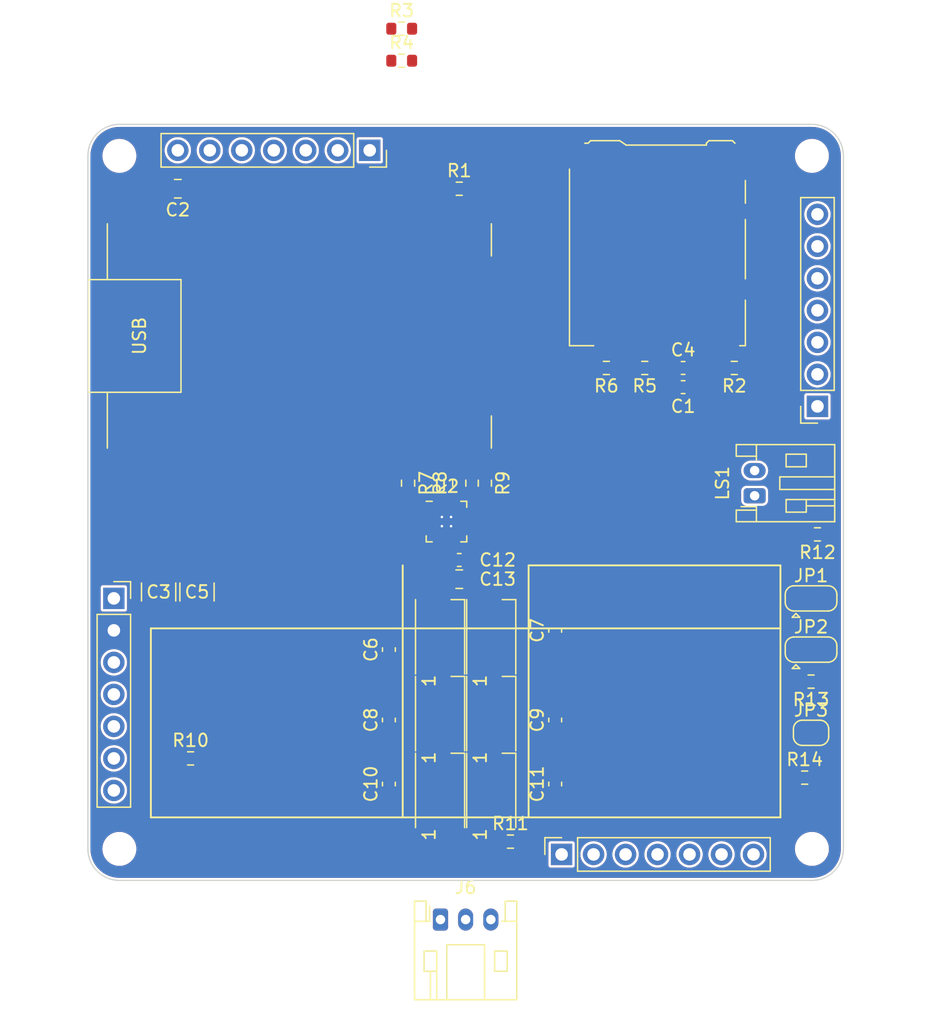
<source format=kicad_pcb>
(kicad_pcb (version 20211014) (generator pcbnew)
  (layers (0 "F.Cu" signal) (1 "In1.Cu" signal) (2 "In2.Cu" signal) (31 "B.Cu" signal) (34 "B.Paste" user) (35 "F.Paste" user) (36 "B.SilkS" user "B.Silkscreen") (37 "F.SilkS" user "F.Silkscreen") (38 "B.Mask" user) (39 "F.Mask" user) (44 "Edge.Cuts" user))
  (net 0 "")
  (net 1 "GND")
  (net 2 "+3.3V")
  (net 3 "+5V")
  (net 4 "Net-(D1-Pad1)")
  (net 5 "Net-(D1-Pad3)")
  (net 6 "Net-(D2-Pad1)")
  (net 7 "Net-(D3-Pad1)")
  (net 8 "Net-(D4-Pad1)")
  (net 9 "Net-(D5-Pad1)")
  (net 10 "Net-(D6-Pad1)")
  (net 11 "MAIN_TX")
  (net 12 "MAIN_RX")
  (net 13 "/LED_IN")
  (net 14 "/I2S_EN")
  (net 22 "Net-(J3-Pad1)")
  (net 23 "/CS0")
  (net 24 "/MOSI0")
  (net 25 "Net-(J3-Pad5)")
  (net 26 "/MISO0")
  (net 27 "Net-(J3-Pad8)")
  (net 44 "/LED_OUT")
  (net 45 "Net-(JP1-Pad1)")
  (net 46 "/GAIN")
  (net 47 "/~{SD}")
  (net 48 "Net-(JP2-Pad3)")
  (net 49 "Net-(JP3-Pad1)")
  (net 50 "Net-(LS1-Pad1)")
  (net 51 "Net-(LS1-Pad2)")
  (net 52 "/SCK0")
  (net 53 "Net-(R7-Pad1)")
  (net 54 "/DIN")
  (net 55 "Net-(R8-Pad1)")
  (net 56 "/BCLK")
  (net 57 "Net-(R9-Pad1)")
  (net 58 "/LRCLK")
  (footprint "Capacitor_SMD:C_0603_1608Metric" (layer "F.Cu") (at 138.904 111.684 90)
    (fp_text reference "C6" (at 0 -1.43 90) (layer "F.SilkS"))
    (fp_text value "1u")
    (pad "1" smd roundrect (at -0.775 0 90) (size 0.9 0.95) (layers "F.Cu" "F.Paste" "F.Mask") (net 3 "+5V"))
    (pad "2" smd roundrect (at 0.775 0 90) (size 0.9 0.95) (layers "F.Cu" "F.Paste" "F.Mask") (net 1 "GND"))
  )
  (footprint "Resistor_SMD:R_0603_1608Metric" (layer "F.Cu") (at 146.524 98.476 -90)
    (fp_text reference "R9" (at 0 -1.43 90) (layer "F.SilkS"))
    (fp_text value "22")
    (pad "1" smd roundrect (at -0.825 0 270) (size 0.8 0.95) (layers "F.Cu" "F.Paste" "F.Mask") (net 57 "Net-(R9-Pad1)"))
    (pad "2" smd roundrect (at 0.825 0 270) (size 0.8 0.95) (layers "F.Cu" "F.Paste" "F.Mask") (net 58 "/LRCLK"))
  )
  (footprint "Package_DFN_QFN:TQFN-16-1EP_3x3mm_P0.5mm_EP1.23x1.23mm_ThermalVias" (layer "F.Cu") (at 143.476 101.524)
    (fp_text reference "U2" (at 0 -2.8) (layer "F.SilkS"))
    (fp_text value "MAX98357")
    (pad "1" smd roundrect (at -1.4375 -0.75) (size 0.825 0.25) (layers "F.Cu" "F.Paste" "F.Mask") (net 54 "/DIN"))
    (pad "2" smd roundrect (at -1.4375 -0.25) (size 0.825 0.25) (layers "F.Cu" "F.Paste" "F.Mask") (net 46 "/GAIN"))
    (pad "3" smd roundrect (at -1.4375 0.25) (size 0.825 0.25) (layers "F.Cu" "F.Paste" "F.Mask") (net 1 "GND"))
    (pad "4" smd roundrect (at -1.4375 0.75) (size 0.825 0.25) (layers "F.Cu" "F.Paste" "F.Mask") (net 47 "/~{SD}"))
    (pad "5" smd roundrect (at -0.75 1.4375) (size 0.25 0.825) (layers "F.Cu" "F.Paste" "F.Mask"))
    (pad "6" smd roundrect (at -0.25 1.4375) (size 0.25 0.825) (layers "F.Cu" "F.Paste" "F.Mask"))
    (pad "7" smd roundrect (at 0.25 1.4375) (size 0.25 0.825) (layers "F.Cu" "F.Paste" "F.Mask") (net 3 "+5V"))
    (pad "8" smd roundrect (at 0.75 1.4375) (size 0.25 0.825) (layers "F.Cu" "F.Paste" "F.Mask") (net 3 "+5V"))
    (pad "9" smd roundrect (at 1.4375 0.75) (size 0.825 0.25) (layers "F.Cu" "F.Paste" "F.Mask") (net 51 "Net-(LS1-Pad2)"))
    (pad "10" smd roundrect (at 1.4375 0.25) (size 0.825 0.25) (layers "F.Cu" "F.Paste" "F.Mask") (net 50 "Net-(LS1-Pad1)"))
    (pad "11" smd roundrect (at 1.4375 -0.25) (size 0.825 0.25) (layers "F.Cu" "F.Paste" "F.Mask") (net 1 "GND"))
    (pad "12" smd roundrect (at 1.4375 -0.75) (size 0.825 0.25) (layers "F.Cu" "F.Paste" "F.Mask"))
    (pad "13" smd roundrect (at 0.75 -1.4375) (size 0.25 0.825) (layers "F.Cu" "F.Paste" "F.Mask"))
    (pad "14" smd roundrect (at 0.25 -1.4375) (size 0.25 0.825) (layers "F.Cu" "F.Paste" "F.Mask") (net 58 "/LRCLK"))
    (pad "15" smd roundrect (at -0.25 -1.4375) (size 0.25 0.825) (layers "F.Cu" "F.Paste" "F.Mask") (net 1 "GND"))
    (pad "16" smd roundrect (at -0.75 -1.4375) (size 0.25 0.825) (layers "F.Cu" "F.Paste" "F.Mask") (net 56 "/BCLK"))
    (pad "17" smd rect (at 0 0) (size 1.23 1.23) (layers "B.Cu") (net 1 "GND"))
    (pad "17" thru_hole circle (at 0.365 -0.365) (size 0.5 0.5) (drill 0.2) (layers *.Cu) (net 1 "GND"))
    (pad "17" thru_hole circle (at 0.365 0.365) (size 0.5 0.5) (drill 0.2) (layers *.Cu) (net 1 "GND"))
    (pad "17" thru_hole circle (at -0.365 0.365) (size 0.5 0.5) (drill 0.2) (layers *.Cu) (net 1 "GND"))
    (pad "17" smd rect (at 0 0) (size 1.23 1.23) (layers "F.Cu" "F.Mask") (net 1 "GND"))
    (pad "17" thru_hole circle (at -0.365 -0.365) (size 0.5 0.5) (drill 0.2) (layers *.Cu) (net 1 "GND"))
  )
  (footprint "MountingHole:MountingHole_2.2mm_M2" (layer "F.Cu") (at 117.5 72.5)
    (fp_text reference "REF**" hide)
    (fp_text value "MountingHole_2.2mm_M2")
    (pad "" np_thru_hole circle locked (at 0 0) (size 2.2 2.2) (drill 2.2) (layers *.Mask "F.Cu" "In1.Cu" "In2.Cu" "B.Cu"))
  )
  (footprint "LED_SMD:LED_SK6812MINI_PLCC4_3.5x3.5mm_P1.75mm" (layer "F.Cu") (at 142.968 116.764 90)
    (fp_text reference "D3" hide)
    (fp_text value "SK6812MINI")
    (fp_text user "1" (at -3.5 -0.875 90) (layer "F.SilkS"))
    (pad "1" smd rect (at -1.75 -0.875 90) (size 1.6 0.85) (layers "F.Cu" "F.Paste" "F.Mask") (net 7 "Net-(D3-Pad1)"))
    (pad "2" smd rect (at -1.75 0.875 90) (size 1.6 0.85) (layers "F.Cu" "F.Paste" "F.Mask") (net 1 "GND"))
    (pad "3" smd rect (at 1.75 0.875 90) (size 1.6 0.85) (layers "F.Cu" "F.Paste" "F.Mask") (net 6 "Net-(D2-Pad1)"))
    (pad "4" smd rect (at 1.75 -0.875 90) (size 1.6 0.85) (layers "F.Cu" "F.Paste" "F.Mask") (net 3 "+5V"))
  )
  (footprint "Capacitor_SMD:C_0603_1608Metric" (layer "F.Cu") (at 138.904 117.272 90)
    (fp_text reference "C8" (at 0 -1.43 90) (layer "F.SilkS"))
    (fp_text value "1u")
    (pad "1" smd roundrect (at -0.775 0 90) (size 0.9 0.95) (layers "F.Cu" "F.Paste" "F.Mask") (net 3 "+5V"))
    (pad "2" smd roundrect (at 0.775 0 90) (size 0.9 0.95) (layers "F.Cu" "F.Paste" "F.Mask") (net 1 "GND"))
  )
  (footprint "Capacitor_SMD:C_0603_1608Metric" (layer "F.Cu") (at 152.112 117.272 90)
    (fp_text reference "C9" (at 0 -1.43 90) (layer "F.SilkS"))
    (fp_text value "1u")
    (pad "1" smd roundrect (at -0.775 0 90) (size 0.9 0.95) (layers "F.Cu" "F.Paste" "F.Mask") (net 3 "+5V"))
    (pad "2" smd roundrect (at 0.775 0 90) (size 0.9 0.95) (layers "F.Cu" "F.Paste" "F.Mask") (net 1 "GND"))
  )
  (footprint "MountingHole:MountingHole_2.2mm_M2" (layer "F.Cu") (at 172.5 72.5)
    (fp_text reference "REF**" hide)
    (fp_text value "MountingHole_2.2mm_M2")
    (pad "" np_thru_hole circle locked (at 0 0) (size 2.2 2.2) (drill 2.2) (layers *.Mask "F.Cu" "In1.Cu" "In2.Cu" "B.Cu"))
  )
  (footprint "Jumper:SolderJumper-3_P1.3mm_Open_RoundedPad1.0x1.5mm" (layer "F.Cu") (at 172.432 107.62)
    (fp_text reference "JP1" (at 0 -1.8) (layer "F.SilkS"))
    (fp_text value "Gain")
    (pad "1" smd custom (at -1.3 0) (size 1 0.5) (layers "F.Cu" "F.Mask") (net 45 "Net-(JP1-Pad1)") (options (clearance outline) (anchor rect)) (primitives (gr_circle (center 0 0.25) (end 0.5 0.25) (width 0) (fill yes)) (gr_circle (center 0 -0.25) (end 0.5 -0.25) (width 0) (fill yes)) (gr_poly (pts (xy 0.55 0.75) (xy 0 0.75) (xy 0 -0.75) (xy 0.55 -0.75)) (width 0) (fill yes))))
    (pad "2" smd rect (at 0 0) (size 1 1.5) (layers "F.Cu" "F.Mask") (net 46 "/GAIN"))
    (pad "3" smd custom (at 1.3 0) (size 1 0.5) (layers "F.Cu" "F.Mask") (net 1 "GND") (options (clearance outline) (anchor rect)) (primitives (gr_circle (center 0 0.25) (end 0.5 0.25) (width 0) (fill yes)) (gr_circle (center 0 -0.25) (end 0.5 -0.25) (width 0) (fill yes)) (gr_poly (pts (xy 0 0.75) (xy -0.55 0.75) (xy -0.55 -0.75) (xy 0 -0.75)) (width 0) (fill yes))))
  )
  (footprint "Capacitor_SMD:C_0603_1608Metric" (layer "F.Cu") (at 162.272 89.332)
    (fp_text reference "C4" (at 0 -1.43) (layer "F.SilkS"))
    (fp_text value "0.1μ")
    (pad "1" smd roundrect (at -0.775 0) (size 0.9 0.95) (layers "F.Cu" "F.Paste" "F.Mask") (net 2 "+3.3V"))
    (pad "2" smd roundrect (at 0.775 0) (size 0.9 0.95) (layers "F.Cu" "F.Paste" "F.Mask") (net 1 "GND"))
  )
  (footprint "Resistor_SMD:R_0603_1608Metric" (layer "F.Cu") (at 148.556 126.924)
    (fp_text reference "R11" (at 0 -1.43) (layer "F.SilkS"))
    (fp_text value "510")
    (pad "1" smd roundrect (at -0.825 0) (size 0.8 0.95) (layers "F.Cu" "F.Paste" "F.Mask") (net 10 "Net-(D6-Pad1)"))
    (pad "2" smd roundrect (at 0.825 0) (size 0.8 0.95) (layers "F.Cu" "F.Paste" "F.Mask") (net 44 "/LED_OUT"))
  )
  (footprint "Connector_PinSocket_2.54mm:PinSocket_1x07_P2.54mm_Vertical" (layer "F.Cu") (at 172.94 92.38 180)
    (fp_text reference "J5" hide)
    (fp_text value "Conn_01x07")
    (pad "1" thru_hole rect locked (at 0 0 180) (size 1.7 1.7) (drill 1) (layers *.Cu *.Mask))
    (pad "2" thru_hole oval locked (at 0 2.54 180) (size 1.7 1.7) (drill 1) (layers *.Cu *.Mask))
    (pad "3" thru_hole oval locked (at 0 5.08 180) (size 1.7 1.7) (drill 1) (layers *.Cu *.Mask))
    (pad "4" thru_hole oval locked (at 0 7.62 180) (size 1.7 1.7) (drill 1) (layers *.Cu *.Mask))
    (pad "5" thru_hole oval locked (at 0 10.16 180) (size 1.7 1.7) (drill 1) (layers *.Cu *.Mask))
    (pad "6" thru_hole oval locked (at 0 12.7 180) (size 1.7 1.7) (drill 1) (layers *.Cu *.Mask))
    (pad "7" thru_hole oval locked (at 0 15.24 180) (size 1.7 1.7) (drill 1) (layers *.Cu *.Mask))
  )
  (footprint "Capacitor_SMD:C_0603_1608Metric" (layer "F.Cu") (at 144.492 104.572)
    (fp_text reference "C12" (at 3.048 0) (layer "F.SilkS"))
    (fp_text value "0.1μ")
    (pad "1" smd roundrect (at -0.775 0) (size 0.9 0.95) (layers "F.Cu" "F.Paste" "F.Mask") (net 3 "+5V"))
    (pad "2" smd roundrect (at 0.775 0) (size 0.9 0.95) (layers "F.Cu" "F.Paste" "F.Mask") (net 1 "GND"))
  )
  (footprint "LED_SMD:LED_SK6812MINI_PLCC4_3.5x3.5mm_P1.75mm" (layer "F.Cu") (at 147.032 122.86 90)
    (fp_text reference "D6" hide)
    (fp_text value "SK6812MINI")
    (fp_text user "1" (at -3.5 -0.875 90) (layer "F.SilkS"))
    (pad "1" smd rect (at -1.75 -0.875 90) (size 1.6 0.85) (layers "F.Cu" "F.Paste" "F.Mask") (net 10 "Net-(D6-Pad1)"))
    (pad "2" smd rect (at -1.75 0.875 90) (size 1.6 0.85) (layers "F.Cu" "F.Paste" "F.Mask") (net 1 "GND"))
    (pad "3" smd rect (at 1.75 0.875 90) (size 1.6 0.85) (layers "F.Cu" "F.Paste" "F.Mask") (net 9 "Net-(D5-Pad1)"))
    (pad "4" smd rect (at 1.75 -0.875 90) (size 1.6 0.85) (layers "F.Cu" "F.Paste" "F.Mask") (net 3 "+5V"))
  )
  (footprint "LED_SMD:LED_SK6812MINI_PLCC4_3.5x3.5mm_P1.75mm" (layer "F.Cu") (at 142.968 122.86 90)
    (fp_text reference "D5" hide)
    (fp_text value "SK6812MINI")
    (fp_text user "1" (at -3.5 -0.875 90) (layer "F.SilkS"))
    (pad "1" smd rect (at -1.75 -0.875 90) (size 1.6 0.85) (layers "F.Cu" "F.Paste" "F.Mask") (net 9 "Net-(D5-Pad1)"))
    (pad "2" smd rect (at -1.75 0.875 90) (size 1.6 0.85) (layers "F.Cu" "F.Paste" "F.Mask") (net 1 "GND"))
    (pad "3" smd rect (at 1.75 0.875 90) (size 1.6 0.85) (layers "F.Cu" "F.Paste" "F.Mask") (net 8 "Net-(D4-Pad1)"))
    (pad "4" smd rect (at 1.75 -0.875 90) (size 1.6 0.85) (layers "F.Cu" "F.Paste" "F.Mask") (net 3 "+5V"))
  )
  (footprint "LED_SMD:LED_SK6812MINI_PLCC4_3.5x3.5mm_P1.75mm" (layer "F.Cu") (at 147.032 110.668 90)
    (fp_text reference "D2" hide)
    (fp_text value "SK6812MINI")
    (fp_text user "1" (at -3.5 -0.875 90) (layer "F.SilkS"))
    (pad "1" smd rect (at -1.75 -0.875 90) (size 1.6 0.85) (layers "F.Cu" "F.Paste" "F.Mask") (net 6 "Net-(D2-Pad1)"))
    (pad "2" smd rect (at -1.75 0.875 90) (size 1.6 0.85) (layers "F.Cu" "F.Paste" "F.Mask") (net 1 "GND"))
    (pad "3" smd rect (at 1.75 0.875 90) (size 1.6 0.85) (layers "F.Cu" "F.Paste" "F.Mask") (net 4 "Net-(D1-Pad1)"))
    (pad "4" smd rect (at 1.75 -0.875 90) (size 1.6 0.85) (layers "F.Cu" "F.Paste" "F.Mask") (net 3 "+5V"))
  )
  (footprint "Connector_JST:JST_PH_S2B-PH-K_1x02_P2.00mm_Horizontal" (layer "F.Cu") (at 167.95 99.476 90)
    (fp_text reference "LS1" (at 1 -2.55 90) (layer "F.SilkS"))
    (fp_text value "Speaker")
    (pad "1" thru_hole roundrect (at 0 0 90) (size 1.2 1.75) (drill 0.75) (layers *.Cu *.Mask) (roundrect_rratio 0.208333) (net 50 "Net-(LS1-Pad1)"))
    (pad "2" thru_hole oval (at 2 0 90) (size 1.2 1.75) (drill 0.75) (layers *.Cu *.Mask) (net 51 "Net-(LS1-Pad2)"))
  )
  (footprint "Capacitor_SMD:C_0603_1608Metric" (layer "F.Cu") (at 138.904 122.352 90)
    (fp_text reference "C10" (at 0 -1.43 90) (layer "F.SilkS"))
    (fp_text value "1u")
    (pad "1" smd roundrect (at -0.775 0 90) (size 0.9 0.95) (layers "F.Cu" "F.Paste" "F.Mask") (net 3 "+5V"))
    (pad "2" smd roundrect (at 0.775 0 90) (size 0.9 0.95) (layers "F.Cu" "F.Paste" "F.Mask") (net 1 "GND"))
  )
  (footprint "Capacitor_SMD:C_1210_3225Metric" (layer "F.Cu") (at 120.616 107.112 90)
    (fp_text reference "C3" (at 0 0) (layer "F.SilkS"))
    (fp_text value "220μF6.3V X5R 3225")
    (pad "1" smd roundrect (at -1.475 0 90) (size 1.15 2.7) (layers "F.Cu" "F.Paste" "F.Mask") (roundrect_rratio 0.217391) (net 1 "GND"))
    (pad "2" smd roundrect (at 1.475 0 90) (size 1.15 2.7) (layers "F.Cu" "F.Paste" "F.Mask") (roundrect_rratio 0.217391) (net 3 "+5V"))
  )
  (footprint "Capacitor_SMD:C_0603_1608Metric" (layer "F.Cu") (at 162.272 90.856)
    (fp_text reference "C1" (at 0 1.524) (layer "F.SilkS"))
    (fp_text value "4.7μ")
    (pad "1" smd roundrect (at -0.775 0) (size 0.9 0.95) (layers "F.Cu" "F.Paste" "F.Mask") (net 2 "+3.3V"))
    (pad "2" smd roundrect (at 0.775 0) (size 0.9 0.95) (layers "F.Cu" "F.Paste" "F.Mask") (net 1 "GND"))
  )
  (footprint "LED_SMD:LED_SK6812MINI_PLCC4_3.5x3.5mm_P1.75mm" (layer "F.Cu") (at 142.968 110.668 90)
    (fp_text reference "D1" hide)
    (fp_text value "SK6812MINI")
    (fp_text user "1" (at -3.5 -0.875 90) (layer "F.SilkS"))
    (pad "1" smd rect (at -1.75 -0.875 90) (size 1.6 0.85) (layers "F.Cu" "F.Paste" "F.Mask") (net 4 "Net-(D1-Pad1)"))
    (pad "2" smd rect (at -1.75 0.875 90) (size 1.6 0.85) (layers "F.Cu" "F.Paste" "F.Mask") (net 1 "GND"))
    (pad "3" smd rect (at 1.75 0.875 90) (size 1.6 0.85) (layers "F.Cu" "F.Paste" "F.Mask") (net 5 "Net-(D1-Pad3)"))
    (pad "4" smd rect (at 1.75 -0.875 90) (size 1.6 0.85) (layers "F.Cu" "F.Paste" "F.Mask") (net 3 "+5V"))
  )
  (footprint "Connector_PinSocket_2.54mm:PinSocket_1x07_P2.54mm_Vertical" (layer "F.Cu") (at 152.62 127.94 90)
    (fp_text reference "J4" hide)
    (fp_text value "Conn_01x07")
    (pad "1" thru_hole rect locked (at 0 0 90) (size 1.7 1.7) (drill 1) (layers *.Cu *.Mask))
    (pad "2" thru_hole oval locked (at 0 2.54 90) (size 1.7 1.7) (drill 1) (layers *.Cu *.Mask))
    (pad "3" thru_hole oval locked (at 0 5.08 90) (size 1.7 1.7) (drill 1) (layers *.Cu *.Mask))
    (pad "4" thru_hole oval locked (at 0 7.62 90) (size 1.7 1.7) (drill 1) (layers *.Cu *.Mask))
    (pad "5" thru_hole oval locked (at 0 10.16 90) (size 1.7 1.7) (drill 1) (layers *.Cu *.Mask))
    (pad "6" thru_hole oval locked (at 0 12.7 90) (size 1.7 1.7) (drill 1) (layers *.Cu *.Mask))
    (pad "7" thru_hole oval locked (at 0 15.24 90) (size 1.7 1.7) (drill 1) (layers *.Cu *.Mask))
  )
  (footprint "Resistor_SMD:R_0603_1608Metric" (layer "F.Cu") (at 139.92 64.948)
    (fp_text reference "R4" (at 0 -1.43) (layer "F.SilkS"))
    (fp_text value "10k")
    (pad "1" smd roundrect (at -0.825 0) (size 0.8 0.95) (layers "F.Cu" "F.Paste" "F.Mask") (net 24 "/MOSI0"))
    (pad "2" smd roundrect (at 0.825 0) (size 0.8 0.95) (layers "F.Cu" "F.Paste" "F.Mask") (net 2 "+3.3V"))
  )
  (footprint "MountingHole:MountingHole_2.2mm_M2" (layer "F.Cu") (at 117.5 127.5)
    (fp_text reference "REF**" hide)
    (fp_text value "MountingHole_2.2mm_M2")
    (pad "" np_thru_hole circle locked (at 0 0) (size 2.2 2.2) (drill 2.2) (layers *.Cu *.Mask))
  )
  (footprint "Capacitor_SMD:C_0603_1608Metric" (layer "F.Cu") (at 152.112 122.352 90)
    (fp_text reference "C11" (at 0 -1.43 90) (layer "F.SilkS"))
    (fp_text value "1u")
    (pad "1" smd roundrect (at -0.775 0 90) (size 0.9 0.95) (layers "F.Cu" "F.Paste" "F.Mask") (net 3 "+5V"))
    (pad "2" smd roundrect (at 0.775 0 90) (size 0.9 0.95) (layers "F.Cu" "F.Paste" "F.Mask") (net 1 "GND"))
  )
  (footprint "Resistor_SMD:R_0603_1608Metric" (layer "F.Cu") (at 140.428 98.476 -90)
    (fp_text reference "R7" (at 0 -1.43 90) (layer "F.SilkS"))
    (fp_text value "22")
    (pad "1" smd roundrect (at -0.825 0 270) (size 0.8 0.95) (layers "F.Cu" "F.Paste" "F.Mask") (net 53 "Net-(R7-Pad1)"))
    (pad "2" smd roundrect (at 0.825 0 270) (size 0.8 0.95) (layers "F.Cu" "F.Paste" "F.Mask") (net 54 "/DIN"))
  )
  (footprint "Resistor_SMD:R_0603_1608Metric" (layer "F.Cu") (at 166.336 89.332 180)
    (fp_text reference "R2" (at 0 -1.43) (layer "F.SilkS"))
    (fp_text value "10k")
    (pad "1" smd roundrect (at -0.825 0 180) (size 0.8 0.95) (layers "F.Cu" "F.Paste" "F.Mask") (net 27 "Net-(J3-Pad8)"))
    (pad "2" smd roundrect (at 0.825 0 180) (size 0.8 0.95) (layers "F.Cu" "F.Paste" "F.Mask") (net 2 "+3.3V"))
  )
  (footprint "Resistor_SMD:R_0603_1608Metric" (layer "F.Cu") (at 172.94 102.54 180)
    (fp_text reference "R12" (at 0 -1.43) (layer "F.SilkS"))
    (fp_text value "100k")
    (pad "1" smd roundrect (at -0.825 0 180) (size 0.8 0.95) (layers "F.Cu" "F.Paste" "F.Mask") (net 1 "GND"))
    (pad "2" smd roundrect (at 0.825 0 180) (size 0.8 0.95) (layers "F.Cu" "F.Paste" "F.Mask") (net 45 "Net-(JP1-Pad1)"))
  )
  (footprint "LED_SMD:LED_SK6812MINI_PLCC4_3.5x3.5mm_P1.75mm" (layer "F.Cu") (at 147.032 116.764 90)
    (fp_text reference "D4" hide)
    (fp_text value "SK6812MINI")
    (fp_text user "1" (at -3.5 -0.875 90) (layer "F.SilkS"))
    (pad "1" smd rect (at -1.75 -0.875 90) (size 1.6 0.85) (layers "F.Cu" "F.Paste" "F.Mask") (net 8 "Net-(D4-Pad1)"))
    (pad "2" smd rect (at -1.75 0.875 90) (size 1.6 0.85) (layers "F.Cu" "F.Paste" "F.Mask") (net 1 "GND"))
    (pad "3" smd rect (at 1.75 0.875 90) (size 1.6 0.85) (layers "F.Cu" "F.Paste" "F.Mask") (net 7 "Net-(D3-Pad1)"))
    (pad "4" smd rect (at 1.75 -0.875 90) (size 1.6 0.85) (layers "F.Cu" "F.Paste" "F.Mask") (net 3 "+5V"))
  )
  (footprint "Connector_JST:JST_PH_S3B-PH-K_1x03_P2.00mm_Horizontal" (layer "F.Cu") (at 143 133.11)
    (fp_text reference "J6" (at 2 -2.55) (layer "F.SilkS"))
    (fp_text value "RGBLED")
    (pad "1" thru_hole roundrect (at 0 0) (size 1.2 1.75) (drill 0.75) (layers *.Cu *.Mask) (roundrect_rratio 0.208333) (net 3 "+5V"))
    (pad "2" thru_hole oval (at 2 0) (size 1.2 1.75) (drill 0.75) (layers *.Cu *.Mask) (net 1 "GND"))
    (pad "3" thru_hole oval (at 4 0) (size 1.2 1.75) (drill 0.75) (layers *.Cu *.Mask) (net 44 "/LED_OUT"))
  )
  (footprint "Module_extlib:WisdPi_Tiny_RP2040" (layer "F.Cu") (at 131.792 86.792 90)
    (fp_text reference "U1" hide)
    (fp_text value "WisdPi_Tiny_RP2040")
    (fp_text user "USB" (at 0 -12.7 90 unlocked) (layer "F.SilkS"))
    (pad "1" smd roundrect (at -8.42 -13.97 90) (size 3.2 1.6) (layers "F.Cu" "F.Mask") (roundrect_rratio 0.5) (chamfer_ratio 0) (chamfer top_left bottom_left) (net 12 "MAIN_RX"))
    (pad "2" smd roundrect (at -8.42 -11.43 90) (size 3.2 1.6) (layers "F.Cu" "F.Mask") (roundrect_rratio 0.5) (chamfer_ratio 0) (chamfer top_left bottom_left) (net 11 "MAIN_TX"))
    (pad "3" smd roundrect (at -8.42 -8.89 90) (size 3.2 1.6) (layers "F.Cu" "F.Mask") (roundrect_rratio 0.5) (chamfer_ratio 0) (chamfer top_left bottom_left))
    (pad "4" smd roundrect (at -8.42 -6.35 90) (size 3.2 1.6) (layers "F.Cu" "F.Mask") (roundrect_rratio 0.5) (chamfer_ratio 0) (chamfer top_left bottom_left))
    (pad "5" smd roundrect (at -8.42 -3.81 90) (size 3.2 1.6) (layers "F.Cu" "F.Mask") (roundrect_rratio 0.5) (chamfer_ratio 0) (chamfer top_left bottom_left))
    (pad "6" smd roundrect (at -8.42 -1.27 90) (size 3.2 1.6) (layers "F.Cu" "F.Mask") (roundrect_rratio 0.5) (chamfer_ratio 0) (chamfer top_left bottom_left))
    (pad "7" smd roundrect (at -8.42 1.27 90) (size 3.2 1.6) (layers "F.Cu" "F.Mask") (roundrect_rratio 0.5) (chamfer_ratio 0) (chamfer top_left bottom_left))
    (pad "8" smd roundrect (at -8.42 3.81 90) (size 3.2 1.6) (layers "F.Cu" "F.Mask") (roundrect_rratio 0.5) (chamfer_ratio 0) (chamfer top_left bottom_left))
    (pad "9" smd roundrect (at -8.42 6.35 90) (size 3.2 1.6) (layers "F.Cu" "F.Mask") (roundrect_rratio 0.5) (chamfer_ratio 0) (chamfer top_left bottom_left))
    (pad "10" smd roundrect (at -8.42 8.89 90) (size 3.2 1.6) (layers "F.Cu" "F.Mask") (roundrect_rratio 0.5) (chamfer_ratio 0) (chamfer top_left bottom_left) (net 53 "Net-(R7-Pad1)"))
    (pad "11" smd roundrect (at -8.42 11.43 90) (size 3.2 1.6) (layers "F.Cu" "F.Mask") (roundrect_rratio 0.5) (chamfer_ratio 0) (chamfer top_left bottom_left) (net 55 "Net-(R8-Pad1)"))
    (pad "12" smd roundrect (at -8.42 13.97 90) (size 3.2 1.6) (layers "F.Cu" "F.Mask") (roundrect_rratio 0.5) (chamfer_ratio 0) (chamfer top_left bottom_left) (net 57 "Net-(R9-Pad1)"))
    (pad "13" smd roundrect (at -5.08 14.77 180) (size 3.2 1.6) (layers "F.Cu" "F.Mask") (roundrect_rratio 0.5) (chamfer_ratio 0) (chamfer top_left bottom_left))
    (pad "14" smd roundrect (at -2.54 14.77 180) (size 3.2 1.6) (layers "F.Cu" "F.Mask") (roundrect_rratio 0.5) (chamfer_ratio 0) (chamfer top_left bottom_left))
    (pad "15" smd roundrect (at 0 14.77 180) (size 3.2 1.6) (layers "F.Cu" "F.Mask") (roundrect_rratio 0.5) (chamfer_ratio 0) (chamfer top_left bottom_left))
    (pad "16" smd roundrect (at 2.54 14.77 180) (size 3.2 1.6) (layers "F.Cu" "F.Mask") (roundrect_rratio 0.5) (chamfer_ratio 0) (chamfer top_left bottom_left))
    (pad "17" smd roundrect (at 5.08 14.77 180) (size 3.2 1.6) (layers "F.Cu" "F.Mask") (roundrect_rratio 0.5) (chamfer_ratio 0) (chamfer top_left bottom_left) (net 26 "/MISO0"))
    (pad "18" smd roundrect (at 8.42 13.97 270) (size 3.2 1.6) (layers "F.Cu" "F.Mask") (roundrect_rratio 0.5) (chamfer_ratio 0) (chamfer top_left bottom_left) (net 23 "/CS0"))
    (pad "19" smd roundrect (at 8.42 11.43 270) (size 3.2 1.6) (layers "F.Cu" "F.Mask") (roundrect_rratio 0.5) (chamfer_ratio 0) (chamfer top_left bottom_left) (net 52 "/SCK0"))
    (pad "20" smd roundrect (at 8.42 8.89 270) (size 3.2 1.6) (layers "F.Cu" "F.Mask") (roundrect_rratio 0.5) (chamfer_ratio 0) (chamfer top_left bottom_left) (net 24 "/MOSI0"))
    (pad "21" smd roundrect (at 8.42 6.35 270) (size 3.2 1.6) (layers "F.Cu" "F.Mask") (roundrect_rratio 0.5) (chamfer_ratio 0) (chamfer top_left bottom_left))
    (pad "22" smd roundrect (at 8.42 3.81 270) (size 3.2 1.6) (layers "F.Cu" "F.Mask") (roundrect_rratio 0.5) (chamfer_ratio 0) (chamfer top_left bottom_left))
    (pad "23" smd roundrect (at 8.42 1.27 270) (size 3.2 1.6) (layers "F.Cu" "F.Mask") (roundrect_rratio 0.5) (chamfer_ratio 0) (chamfer top_left bottom_left))
    (pad "24" smd roundrect (at 8.42 -1.27 270) (size 3.2 1.6) (layers "F.Cu" "F.Mask") (roundrect_rratio 0.5) (chamfer_ratio 0) (chamfer top_left bottom_left))
    (pad "25" smd roundrect (at 8.42 -3.81 270) (size 3.2 1.6) (layers "F.Cu" "F.Mask") (roundrect_rratio 0.5) (chamfer_ratio 0) (chamfer top_left bottom_left))
    (pad "26" smd roundrect (at 8.42 -6.35 270) (size 3.2 1.6) (layers "F.Cu" "F.Mask") (roundrect_rratio 0.5) (chamfer_ratio 0) (chamfer top_left bottom_left))
    (pad "27" smd roundrect (at 8.42 -8.89 270) (size 3.2 1.6) (layers "F.Cu" "F.Mask") (roundrect_rratio 0.5) (chamfer_ratio 0) (chamfer top_left bottom_left) (net 2 "+3.3V"))
    (pad "28" smd roundrect (at 8.42 -11.43 270) (size 3.2 1.6) (layers "F.Cu" "F.Mask") (roundrect_rratio 0.5) (chamfer_ratio 0) (chamfer top_left bottom_left) (net 1 "GND"))
    (pad "29" smd roundrect (at 8.42 -13.97 270) (size 3.2 1.6) (layers "F.Cu" "F.Mask") (roundrect_rratio 0.5) (chamfer_ratio 0) (chamfer top_left bottom_left))
  )
  (footprint "Capacitor_SMD:C_0805_2012Metric" (layer "F.Cu") (at 144.492 106.096)
    (fp_text reference "C13" (at 3.048 0) (layer "F.SilkS"))
    (fp_text value "10μF35V X5R 2012")
    (pad "1" smd roundrect (at -0.95 0) (size 1 1.45) (layers "F.Cu" "F.Paste" "F.Mask") (net 3 "+5V"))
    (pad "2" smd roundrect (at 0.95 0) (size 1 1.45) (layers "F.Cu" "F.Paste" "F.Mask") (net 1 "GND"))
  )
  (footprint "Connector_PinSocket_2.54mm:PinSocket_1x07_P2.54mm_Vertical" (layer "F.Cu") (at 117.06 107.62)
    (fp_text reference "J1" hide)
    (fp_text value "Conn_01x07")
    (pad "1" thru_hole rect locked (at 0 0) (size 1.7 1.7) (drill 1) (layers *.Cu *.Mask) (net 3 "+5V"))
    (pad "2" thru_hole oval locked (at 0 2.54) (size 1.7 1.7) (drill 1) (layers *.Cu *.Mask) (net 1 "GND"))
    (pad "3" thru_hole oval locked (at 0 5.08) (size 1.7 1.7) (drill 1) (layers *.Cu *.Mask) (net 2 "+3.3V"))
    (pad "4" thru_hole oval locked (at 0 7.62) (size 1.7 1.7) (drill 1) (layers *.Cu *.Mask) (net 11 "MAIN_TX"))
    (pad "5" thru_hole oval locked (at 0 10.16) (size 1.7 1.7) (drill 1) (layers *.Cu *.Mask) (net 12 "MAIN_RX"))
    (pad "6" thru_hole oval locked (at 0 12.7) (size 1.7 1.7) (drill 1) (layers *.Cu *.Mask) (net 13 "/LED_IN"))
    (pad "7" thru_hole oval locked (at 0 15.24) (size 1.7 1.7) (drill 1) (layers *.Cu *.Mask) (net 14 "/I2S_EN"))
  )
  (footprint "Capacitor_SMD:C_0805_2012Metric" (layer "F.Cu") (at 122.14 75.108 180)
    (fp_text reference "C2" (at 0 -1.68) (layer "F.SilkS"))
    (fp_text value "10μF35V X5R 2012")
    (pad "1" smd roundrect (at -0.95 0 180) (size 1 1.45) (layers "F.Cu" "F.Paste" "F.Mask") (net 2 "+3.3V"))
    (pad "2" smd roundrect (at 0.95 0 180) (size 1 1.45) (layers "F.Cu" "F.Paste" "F.Mask") (net 1 "GND"))
  )
  (footprint "Resistor_SMD:R_0603_1608Metric" (layer "F.Cu") (at 144.492 98.476 -90)
    (fp_text reference "R8" (at 0 1.524 90) (layer "F.SilkS"))
    (fp_text value "22")
    (pad "1" smd roundrect (at -0.825 0 270) (size 0.8 0.95) (layers "F.Cu" "F.Paste" "F.Mask") (net 55 "Net-(R8-Pad1)"))
    (pad "2" smd roundrect (at 0.825 0 270) (size 0.8 0.95) (layers "F.Cu" "F.Paste" "F.Mask") (net 56 "/BCLK"))
  )
  (footprint "Jumper:SolderJumper-3_P1.3mm_Open_RoundedPad1.0x1.5mm" (layer "F.Cu") (at 172.432 111.684)
    (fp_text reference "JP2" (at 0 -1.8) (layer "F.SilkS"))
    (fp_text value "Stereo")
    (pad "1" smd custom (at -1.3 0) (size 1 0.5) (layers "F.Cu" "F.Mask") (net 3 "+5V") (options (clearance outline) (anchor rect)) (primitives (gr_circle (center 0 0.25) (end 0.5 0.25) (width 0) (fill yes)) (gr_circle (center 0 -0.25) (end 0.5 -0.25) (width 0) (fill yes)) (gr_poly (pts (xy 0.55 0.75) (xy 0 0.75) (xy 0 -0.75) (xy 0.55 -0.75)) (width 0) (fill yes))))
    (pad "2" smd rect (at 0 0) (size 1 1.5) (layers "F.Cu" "F.Mask") (net 47 "/~{SD}"))
    (pad "3" smd custom (at 1.3 0) (size 1 0.5) (layers "F.Cu" "F.Mask") (net 48 "Net-(JP2-Pad3)") (options (clearance outline) (anchor rect)) (primitives (gr_circle (center 0 0.25) (end 0.5 0.25) (width 0) (fill yes)) (gr_circle (center 0 -0.25) (end 0.5 -0.25) (width 0) (fill yes)) (gr_poly (pts (xy 0 0.75) (xy -0.55 0.75) (xy -0.55 -0.75) (xy 0 -0.75)) (width 0) (fill yes))))
  )
  (footprint "Resistor_SMD:R_0603_1608Metric" (layer "F.Cu") (at 156.176 89.332 180)
    (fp_text reference "R6" (at 0 -1.43) (layer "F.SilkS"))
    (fp_text value "10k")
    (pad "1" smd roundrect (at -0.825 0 180) (size 0.8 0.95) (layers "F.Cu" "F.Paste" "F.Mask") (net 22 "Net-(J3-Pad1)"))
    (pad "2" smd roundrect (at 0.825 0 180) (size 0.8 0.95) (layers "F.Cu" "F.Paste" "F.Mask") (net 2 "+3.3V"))
  )
  (footprint "Connector_Card:microSD_HC_Hirose_DM3AT-SF-PEJM5" (layer "F.Cu") (at 160.24 79.68 180)
    (fp_text reference "J3" hide)
    (fp_text value "Micro_SD_Card_Det_Hirose_DM3AT")
    (pad "1" smd rect (at 2.775 -7.725 180) (size 0.7 1.2) (layers "F.Cu" "F.Paste" "F.Mask") (net 22 "Net-(J3-Pad1)"))
    (pad "2" smd rect (at 1.675 -7.725 180) (size 0.7 1.2) (layers "F.Cu" "F.Paste" "F.Mask") (net 23 "/CS0"))
    (pad "3" smd rect (at 0.575 -7.725 180) (size 0.7 1.2) (layers "F.Cu" "F.Paste" "F.Mask") (net 24 "/MOSI0"))
    (pad "4" smd rect (at -0.525 -7.725 180) (size 0.7 1.2) (layers "F.Cu" "F.Paste" "F.Mask") (net 2 "+3.3V"))
    (pad "5" smd rect (at -1.625 -7.725 180) (size 0.7 1.2) (layers "F.Cu" "F.Paste" "F.Mask") (net 25 "Net-(J3-Pad5)"))
    (pad "6" smd rect (at -2.725 -7.725 180) (size 0.7 1.2) (layers "F.Cu" "F.Paste" "F.Mask") (net 1 "GND"))
    (pad "7" smd rect (at -3.825 -7.725 180) (size 0.7 1.2) (layers "F.Cu" "F.Paste" "F.Mask") (net 26 "/MISO0"))
    (pad "8" smd rect (at -4.925 -7.725 180) (size 0.7 1.2) (layers "F.Cu" "F.Paste" "F.Mask") (net 27 "Net-(J3-Pad8)"))
    (pad "9" smd rect (at -5.875 -7.725 180) (size 0.7 1.2) (layers "F.Cu" "F.Paste" "F.Mask"))
    (pad "10" smd rect (at -6.825 2.775 180) (size 1 0.8) (layers "F.Cu" "F.Paste" "F.Mask"))
    (pad "11" smd rect (at 6.675 7.375 180) (size 1.3 1.9) (layers "F.Cu" "F.Paste" "F.Mask") (net 1 "GND"))
    (pad "11" smd rect (at -6.825 -3.425 180) (size 1 1.2) (layers "F.Cu" "F.Paste" "F.Mask") (net 1 "GND"))
    (pad "11" smd rect (at 4.325 -7.725 180) (size 1 1.2) (layers "F.Cu" "F.Paste" "F.Mask") (net 1 "GND"))
    (pad "11" smd rect (at -6.825 6.925 180) (size 1 2.8) (layers "F.Cu" "F.Paste" "F.Mask") (net 1 "GND"))
    (zone (net 0) (net_name "") (layer "F.Cu") (connect_pads (clearance 0)) (min_thickness 0.254)
      (keepout (tracks not_allowed) (vias not_allowed) (pads not_allowed) (copperpour not_allowed) (footprints not_allowed))
      (fill (thermal_gap 0.508) (thermal_bridge_width 0.508))
      (polygon (pts (xy 157.315 72.705) (xy 154.765 72.705) (xy 154.765 71.355) (xy 157.315 71.355)))
    )
    (zone (net 0) (net_name "") (layer "F.Cu") (connect_pads (clearance 0)) (min_thickness 0.254)
      (keepout (tracks not_allowed) (vias not_allowed) (pads not_allowed) (copperpour not_allowed) (footprints not_allowed))
      (fill (thermal_gap 0.508) (thermal_bridge_width 0.508))
      (polygon (pts (xy 166.715 78.905) (xy 167.465 78.905) (xy 167.465 82.505) (xy 166.715 82.505)))
    )
    (zone (net 0) (net_name "") (layer "F.Cu") (connect_pads (clearance 0)) (min_thickness 0.254)
      (keepout (tracks not_allowed) (vias not_allowed) (pads not_allowed) (copperpour not_allowed) (footprints not_allowed))
      (fill (thermal_gap 0.508) (thermal_bridge_width 0.508))
      (polygon (pts (xy 166.365 81.105) (xy 165.665 81.105) (xy 165.665 73.505) (xy 166.365 73.505)))
    )
    (zone (net 0) (net_name "") (layer "F.Cu") (connect_pads (clearance 0)) (min_thickness 0.254)
      (keepout (tracks not_allowed) (vias not_allowed) (pads not_allowed) (copperpour not_allowed) (footprints not_allowed))
      (fill (thermal_gap 0.508) (thermal_bridge_width 0.508))
      (polygon (pts (xy 156.965 80.805) (xy 165.665 80.805) (xy 165.665 82.405) (xy 156.965 82.405)))
    )
    (zone (net 0) (net_name "") (layer "F.Cu") (connect_pads (clearance 0)) (min_thickness 0.254)
      (keepout (tracks not_allowed) (vias not_allowed) (pads not_allowed) (copperpour not_allowed) (footprints not_allowed))
      (fill (thermal_gap 0.508) (thermal_bridge_width 0.508))
      (polygon (pts (xy 166.715 83.705) (xy 167.465 83.705) (xy 167.465 86.955) (xy 166.715 86.955)))
    )
  )
  (footprint "Resistor_SMD:R_0603_1608Metric" (layer "F.Cu") (at 123.156 120.32)
    (fp_text reference "R10" (at 0 -1.43) (layer "F.SilkS"))
    (fp_text value "510")
    (pad "1" smd roundrect (at -0.825 0) (size 0.8 0.95) (layers "F.Cu" "F.Paste" "F.Mask") (net 13 "/LED_IN"))
    (pad "2" smd roundrect (at 0.825 0) (size 0.8 0.95) (layers "F.Cu" "F.Paste" "F.Mask") (net 5 "Net-(D1-Pad3)"))
  )
  (footprint "Resistor_SMD:R_0603_1608Metric" (layer "F.Cu") (at 144.492 75.108)
    (fp_text reference "R1" (at 0 -1.43) (layer "F.SilkS"))
    (fp_text value "33")
    (pad "1" smd roundrect (at -0.825 0) (size 0.8 0.95) (layers "F.Cu" "F.Paste" "F.Mask") (net 52 "/SCK0"))
    (pad "2" smd roundrect (at 0.825 0) (size 0.8 0.95) (layers "F.Cu" "F.Paste" "F.Mask") (net 25 "Net-(J3-Pad5)"))
  )
  (footprint "Connector_PinSocket_2.54mm:PinSocket_1x07_P2.54mm_Vertical" (layer "F.Cu") (at 137.38 72.06 -90)
    (fp_text reference "J2" hide)
    (fp_text value "Conn_01x07")
    (pad "1" thru_hole rect locked (at 0 0 270) (size 1.7 1.7) (drill 1) (layers *.Cu *.Mask))
    (pad "2" thru_hole oval locked (at 0 2.54 270) (size 1.7 1.7) (drill 1) (layers *.Cu *.Mask))
    (pad "3" thru_hole oval locked (at 0 5.08 270) (size 1.7 1.7) (drill 1) (layers *.Cu *.Mask))
    (pad "4" thru_hole oval locked (at 0 7.62 270) (size 1.7 1.7) (drill 1) (layers *.Cu *.Mask))
    (pad "5" thru_hole oval locked (at 0 10.16 270) (size 1.7 1.7) (drill 1) (layers *.Cu *.Mask))
    (pad "6" thru_hole oval locked (at 0 12.7 270) (size 1.7 1.7) (drill 1) (layers *.Cu *.Mask))
    (pad "7" thru_hole oval locked (at 0 15.24 270) (size 1.7 1.7) (drill 1) (layers *.Cu *.Mask))
  )
  (footprint "Resistor_SMD:R_0603_1608Metric" (layer "F.Cu") (at 139.92 62.408)
    (fp_text reference "R3" (at 0 -1.43) (layer "F.SilkS"))
    (fp_text value "10k")
    (pad "1" smd roundrect (at -0.825 0) (size 0.8 0.95) (layers "F.Cu" "F.Paste" "F.Mask") (net 26 "/MISO0"))
    (pad "2" smd roundrect (at 0.825 0) (size 0.8 0.95) (layers "F.Cu" "F.Paste" "F.Mask") (net 2 "+3.3V"))
  )
  (footprint "Resistor_SMD:R_0603_1608Metric" (layer "F.Cu") (at 159.224 89.332 180)
    (fp_text reference "R5" (at 0 -1.43) (layer "F.SilkS"))
    (fp_text value "10k")
    (pad "1" smd roundrect (at -0.825 0 180) (size 0.8 0.95) (layers "F.Cu" "F.Paste" "F.Mask") (net 23 "/CS0"))
    (pad "2" smd roundrect (at 0.825 0 180) (size 0.8 0.95) (layers "F.Cu" "F.Paste" "F.Mask") (net 2 "+3.3V"))
  )
  (footprint "MountingHole:MountingHole_2.2mm_M2" (layer "F.Cu") (at 172.5 127.5)
    (fp_text reference "REF**" hide)
    (fp_text value "MountingHole_2.2mm_M2")
    (pad "" np_thru_hole circle locked (at 0 0) (size 2.2 2.2) (drill 2.2) (layers *.Mask "F.Cu" "In1.Cu" "In2.Cu" "B.Cu"))
  )
  (footprint "Jumper:SolderJumper-2_P1.3mm_Bridged_RoundedPad1.0x1.5mm" (layer "F.Cu") (at 172.432 118.288)
    (fp_text reference "JP3" (at 0 -1.8) (layer "F.SilkS"))
    (fp_text value "Mono")
    (fp_poly (pts (xy 0.25 -0.3) (xy -0.25 -0.3) (xy -0.25 0.3) (xy 0.25 0.3)) (layer "F.Cu") (width 0) (fill solid))
    (pad "1" smd custom (at -0.65 0) (size 1 0.5) (layers "F.Cu" "F.Mask") (net 49 "Net-(JP3-Pad1)") (options (clearance outline) (anchor rect)) (primitives (gr_circle (center 0 0.25) (end 0.5 0.25) (width 0) (fill yes)) (gr_circle (center 0 -0.25) (end 0.5 -0.25) (width 0) (fill yes)) (gr_poly (pts (xy 0.5 0.75) (xy 0 0.75) (xy 0 -0.75) (xy 0.5 -0.75)) (width 0) (fill yes))))
    (pad "2" smd custom (at 0.65 0) (size 1 0.5) (layers "F.Cu" "F.Mask") (net 47 "/~{SD}") (options (clearance outline) (anchor rect)) (primitives (gr_circle (center 0 0.25) (end 0.5 0.25) (width 0) (fill yes)) (gr_circle (center 0 -0.25) (end 0.5 -0.25) (width 0) (fill yes)) (gr_poly (pts (xy 0 0.75) (xy -0.5 0.75) (xy -0.5 -0.75) (xy 0 -0.75)) (width 0) (fill yes))))
  )
  (footprint "Resistor_SMD:R_0603_1608Metric" (layer "F.Cu") (at 171.924 121.844)
    (fp_text reference "R14" (at 0 -1.43) (layer "F.SilkS"))
    (fp_text value "1M")
    (pad "1" smd roundrect (at -0.825 0) (size 0.8 0.95) (layers "F.Cu" "F.Paste" "F.Mask") (net 49 "Net-(JP3-Pad1)"))
    (pad "2" smd roundrect (at 0.825 0) (size 0.8 0.95) (layers "F.Cu" "F.Paste" "F.Mask") (net 3 "+5V"))
  )
  (footprint "Capacitor_SMD:C_1210_3225Metric" (layer "F.Cu") (at 123.664 107.112 90)
    (fp_text reference "C5" (at 0 0) (layer "F.SilkS"))
    (fp_text value "220μF6.3V X5R 3225")
    (pad "1" smd roundrect (at -1.475 0 90) (size 1.15 2.7) (layers "F.Cu" "F.Paste" "F.Mask") (roundrect_rratio 0.217391) (net 1 "GND"))
    (pad "2" smd roundrect (at 1.475 0 90) (size 1.15 2.7) (layers "F.Cu" "F.Paste" "F.Mask") (roundrect_rratio 0.217391) (net 3 "+5V"))
  )
  (footprint "Resistor_SMD:R_0603_1608Metric" (layer "F.Cu") (at 172.432 114.224 180)
    (fp_text reference "R13" (at 0 -1.43) (layer "F.SilkS"))
    (fp_text value "300k")
    (pad "1" smd roundrect (at -0.825 0 180) (size 0.8 0.95) (layers "F.Cu" "F.Paste" "F.Mask") (net 48 "Net-(JP2-Pad3)"))
    (pad "2" smd roundrect (at 0.825 0 180) (size 0.8 0.95) (layers "F.Cu" "F.Paste" "F.Mask") (net 3 "+5V"))
  )
  (footprint "Capacitor_SMD:C_0603_1608Metric" (layer "F.Cu") (at 152.112 110.16 90)
    (fp_text reference "C7" (at 0 -1.43 90) (layer "F.SilkS"))
    (fp_text value "1u")
    (pad "1" smd roundrect (at -0.775 0 90) (size 0.9 0.95) (layers "F.Cu" "F.Paste" "F.Mask") (net 3 "+5V"))
    (pad "2" smd roundrect (at 0.775 0 90) (size 0.9 0.95) (layers "F.Cu" "F.Paste" "F.Mask") (net 1 "GND"))
  )
  (gr_line (start 120 125) (end 120 110) (layer "F.SilkS") (width 0.15))
  (gr_line (start 140 125) (end 140 105) (layer "F.SilkS") (width 0.15))
  (gr_line (start 150 105) (end 170 105) (layer "F.SilkS") (width 0.15))
  (gr_line (start 150 125) (end 150 105) (layer "F.SilkS") (width 0.15))
  (gr_line (start 170 110) (end 170 125) (layer "F.SilkS") (width 0.15))
  (gr_line (start 170 125) (end 120 125) (layer "F.SilkS") (width 0.15))
  (gr_line (start 170 105) (end 170 110) (layer "F.SilkS") (width 0.15))
  (gr_line (start 120 110) (end 170 110) (layer "F.SilkS") (width 0.15))
  (gr_arc (start 115 72.5) (mid 115.732233 70.732233) (end 117.5 70) (layer "Edge.Cuts") (width 0.1))
  (gr_arc (start 175 127.5) (mid 174.267767 129.267767) (end 172.5 130) (layer "Edge.Cuts") (width 0.1))
  (gr_line (start 117.5 70) (end 172.5 70) (layer "Edge.Cuts") (width 0.1))
  (gr_arc (start 117.5 130) (mid 115.732233 129.267767) (end 115 127.5) (layer "Edge.Cuts") (width 0.1))
  (gr_arc (start 172.5 70) (mid 174.267767 70.732233) (end 175 72.5) (layer "Edge.Cuts") (width 0.1))
  (gr_line (start 117.5 130) (end 172.5 130) (layer "Edge.Cuts") (width 0.1))
  (gr_line (start 175 72.5) (end 175 127.5) (layer "Edge.Cuts") (width 0.1))
  (gr_line (start 115 127.5) (end 115 72.5) (layer "Edge.Cuts") (width 0.1))
  (zone (net 1) (net_name "GND") (layers "F.Cu" "In1.Cu" "B.Cu") (connect_pads yes (clearance 0.2)) (min_thickness 0.2) (fill yes (thermal_gap 0.254) (thermal_bridge_width 0.508) (smoothing fillet) (radius 0.127))
    (polygon (pts (xy 175 130) (xy 115 130) (xy 115 70) (xy 175 70)))
  )
)
</source>
